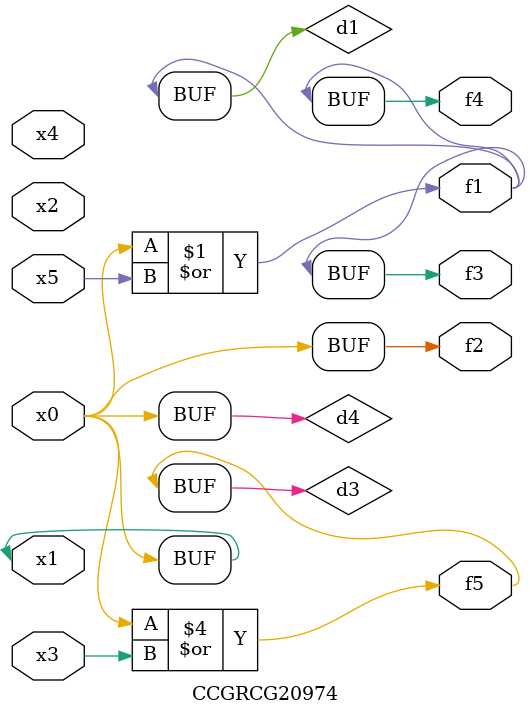
<source format=v>
module CCGRCG20974(
	input x0, x1, x2, x3, x4, x5,
	output f1, f2, f3, f4, f5
);

	wire d1, d2, d3, d4;

	or (d1, x0, x5);
	xnor (d2, x1, x4);
	or (d3, x0, x3);
	buf (d4, x0, x1);
	assign f1 = d1;
	assign f2 = d4;
	assign f3 = d1;
	assign f4 = d1;
	assign f5 = d3;
endmodule

</source>
